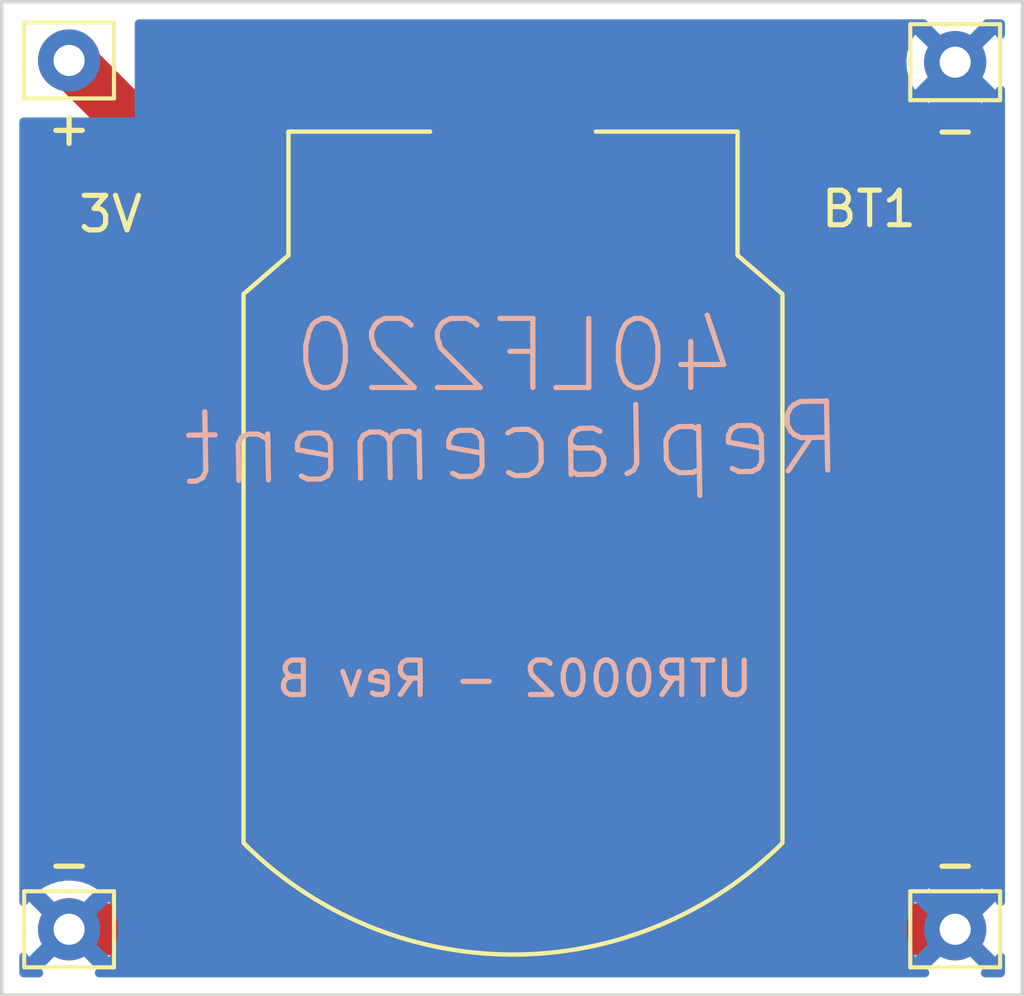
<source format=kicad_pcb>
(kicad_pcb (version 20211014) (generator pcbnew)
  (layers (0 "F.Cu" signal) (31 "B.Cu" signal) (34 "B.Paste" user) (35 "F.Paste" user) (36 "B.SilkS" user "B.Silkscreen") (37 "F.SilkS" user "F.Silkscreen") (38 "B.Mask" user) (39 "F.Mask" user) (44 "Edge.Cuts" user))
  (net 0 "")
  (net 1 "GND")
  (net 2 "+3V0")
  (footprint "3rdparty:BAT_S8421-45R" (layer "F.Cu") (at 134.5 68.35 180)
    (fp_text reference "BT1" (at -10.3 10.4 180) (layer "F.SilkS"))
    (fp_text value "S8421-45R" hide)
    (fp_line (start -6.5 12.64) (end -6.5 9.06) (layer "F.SilkS") (width 0.127))
    (fp_line (start 6.5 9.06) (end 6.5 12.64) (layer "F.SilkS") (width 0.127))
    (fp_line (start 6.5 12.64) (end 2.4 12.64) (layer "F.SilkS") (width 0.127))
    (fp_line (start 7.8 -7.94) (end 7.8 7.94) (layer "F.SilkS") (width 0.127))
    (fp_line (start 7.8 7.94) (end 6.5 9.06) (layer "F.SilkS") (width 0.127))
    (fp_line (start -6.5 9.06) (end -7.8 7.94) (layer "F.SilkS") (width 0.127))
    (fp_line (start -2.4 12.64) (end -6.5 12.64) (layer "F.SilkS") (width 0.127))
    (fp_line (start -7.8 7.94) (end -7.8 -7.94) (layer "F.SilkS") (width 0.127))
    (fp_arc (start -7.8 -7.95) (mid 0 -11.180866) (end 7.8 -7.95) (layer "F.SilkS") (width 0.127))
    (pad "+" smd rect locked (at 0 12.9 180) (size 3.6 3) (layers "F.Cu" "F.Paste" "F.Mask") (net 2 "+3V0"))
    (pad "-" smd rect locked (at 0 -8.5 180) (size 2.6 3) (layers "F.Cu" "F.Paste" "F.Mask") (net 1 "GND"))
  )
  (footprint "Connector_Pin:Pin_D0.9mm_L10.0mm_W2.4mm_FlatFork" (layer "F.Cu") (at 147.3 53.7)
    (fp_text reference "-" (at 0 1.95) (layer "F.SilkS"))
    (fp_text value "Conn_01x01_Male" hide)
    (fp_line (start -1.3 0.6) (end -1.3 1.1) (layer "F.SilkS") (width 0.12))
    (fp_line (start -1.3 -1.1) (end -1.3 0.6) (layer "F.SilkS") (width 0.12))
    (fp_line (start -1.3 1.1) (end 1.3 1.1) (layer "F.SilkS") (width 0.12))
    (fp_line (start 1.3 -1.1) (end -1.3 -1.1) (layer "F.SilkS") (width 0.12))
    (fp_line (start 1.3 1.1) (end 1.3 -1.1) (layer "F.SilkS") (width 0.12))
    (pad "1" thru_hole circle (at 0 0) (size 1.8 1.8) (drill 0.9) (layers *.Cu *.Mask) (net 1 "GND"))
  )
  (footprint "Connector_Pin:Pin_D0.9mm_L10.0mm_W2.4mm_FlatFork" (layer "F.Cu") (at 147.3 78.8)
    (fp_text reference "-" (at 0 -1.9) (layer "F.SilkS"))
    (fp_text value "Conn_01x01_Male" hide)
    (fp_line (start 1.3 -1.1) (end -1.3 -1.1) (layer "F.SilkS") (width 0.12))
    (fp_line (start 1.3 1.1) (end 1.3 -1.1) (layer "F.SilkS") (width 0.12))
    (fp_line (start -1.3 1.1) (end 1.3 1.1) (layer "F.SilkS") (width 0.12))
    (fp_line (start -1.3 -1.1) (end -1.3 0.6) (layer "F.SilkS") (width 0.12))
    (fp_line (start -1.3 0.6) (end -1.3 1.1) (layer "F.SilkS") (width 0.12))
    (pad "1" thru_hole circle (at 0 0) (size 1.8 1.8) (drill 0.9) (layers *.Cu *.Mask) (net 1 "GND"))
  )
  (footprint "Connector_Pin:Pin_D0.9mm_L10.0mm_W2.4mm_FlatFork" (layer "F.Cu") (at 121.65 53.65)
    (fp_text reference "+" (at 0 1.95) (layer "F.SilkS"))
    (fp_text value "Conn_01x01_Male" hide)
    (fp_line (start 1.3 1.1) (end 1.3 -1.1) (layer "F.SilkS") (width 0.12))
    (fp_line (start 1.3 -1.1) (end -1.3 -1.1) (layer "F.SilkS") (width 0.12))
    (fp_line (start -1.3 0.6) (end -1.3 1.1) (layer "F.SilkS") (width 0.12))
    (fp_line (start -1.3 1.1) (end 1.3 1.1) (layer "F.SilkS") (width 0.12))
    (fp_line (start -1.3 -1.1) (end -1.3 0.6) (layer "F.SilkS") (width 0.12))
    (pad "1" thru_hole circle (at 0 0) (size 1.8 1.8) (drill 0.9) (layers *.Cu *.Mask) (net 2 "+3V0"))
  )
  (footprint "Connector_Pin:Pin_D0.9mm_L10.0mm_W2.4mm_FlatFork" (layer "F.Cu") (at 121.65 78.8)
    (fp_text reference "-" (at 0 -1.9) (layer "F.SilkS"))
    (fp_text value "Conn_01x01_Male" hide)
    (fp_line (start 1.3 -1.1) (end -1.3 -1.1) (layer "F.SilkS") (width 0.12))
    (fp_line (start -1.3 1.1) (end 1.3 1.1) (layer "F.SilkS") (width 0.12))
    (fp_line (start 1.3 1.1) (end 1.3 -1.1) (layer "F.SilkS") (width 0.12))
    (fp_line (start -1.3 -1.1) (end -1.3 0.6) (layer "F.SilkS") (width 0.12))
    (fp_line (start -1.3 0.6) (end -1.3 1.1) (layer "F.SilkS") (width 0.12))
    (pad "1" thru_hole circle (at 0 0) (size 1.8 1.8) (drill 0.9) (layers *.Cu *.Mask) (net 1 "GND"))
  )
  (gr_rect (start 119.7 80.7) (end 149.25 51.95) (layer "Edge.Cuts") (width 0.1) (fill none))
  (gr_text "40LF220" (at 134.55 62.2) (layer "B.SilkS") (effects (font (size 2 2)) (justify mirror)))
  (gr_text "UTR0002 - Rev B" (at 134.55 71.55) (layer "B.SilkS") (effects (font (size 1 1)) (justify mirror)))
  (gr_text "Replacement\n" (at 134.5 64.75 1) (layer "B.SilkS") (effects (font (size 2 2)) (justify mirror)))
  (gr_text "3V" (at 122.85 58.1) (layer "F.SilkS") (effects (font (size 1 1))))
  (segment (start 147.3 78.8) (end 136.2 78.8) (width 1.5) (layer "F.Cu") (net 1))
  (segment (start 121.65 78.8) (end 132.7 78.8) (width 1.5) (layer "F.Cu") (net 1))
  (segment (start 134.5 77.05) (end 134.5 76.85) (width 0.25) (layer "F.Cu") (net 1))
  (segment (start 136.2 78.8) (end 134.6 77.2) (width 1.5) (layer "F.Cu") (net 1))
  (segment (start 132.7 78.8) (end 134.5 77) (width 1.5) (layer "F.Cu") (net 1))
  (segment (start 147.3 78.8) (end 147.3 53.7) (width 1.5) (layer "B.Cu") (net 1))
  (segment (start 123.45 55.45) (end 121.65 53.65) (width 1.5) (layer "F.Cu") (net 2))
  (segment (start 134.5 55.45) (end 123.45 55.45) (width 1.5) (layer "F.Cu") (net 2))
  (zone (net 1) (net_name "GND") (layer "B.Cu") (connect_pads (clearance 0.508)) (min_thickness 0.254) (fill yes (thermal_gap 0.508) (thermal_bridge_width 0.508))
    (polygon (pts (xy 149.25 80.7) (xy 119.7 80.7) (xy 119.7 55.3) (xy 123.55 55.3) (xy 123.55 51.95) (xy 149.25 51.95)))
  )
)
</source>
